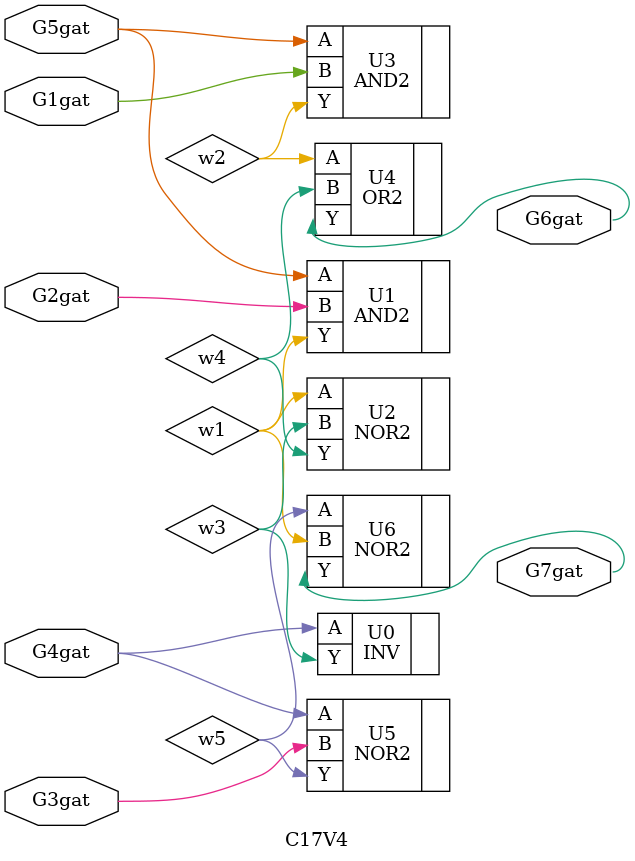
<source format=v>
module C17V4 (
    G1gat, G2gat, G3gat, G4gat, G5gat, G6gat, G7gat );
  input  G1gat, G2gat, G3gat, G4gat, G5gat;
  output G6gat, G7gat ;
  wire w1, w2, w3, w4, w5;

  AND2    U1(.A(G5gat), .B(G2gat), .Y(w1));
  AND2    U3(.A(G5gat), .B(G1gat), .Y(w2));
  INV     U0(.A(G4gat), .Y(w3));
  NOR2    U2(.A(w1), .B(w3), .Y(w4));
  NOR2    U5(.A(G4gat), .B(G3gat), .Y(w5));  
  OR2     U4(.A(w2), .B(w4), .Y(G6gat));
  NOR2    U6(.A(w5), .B(w1), .Y(G7gat));

endmodule



</source>
